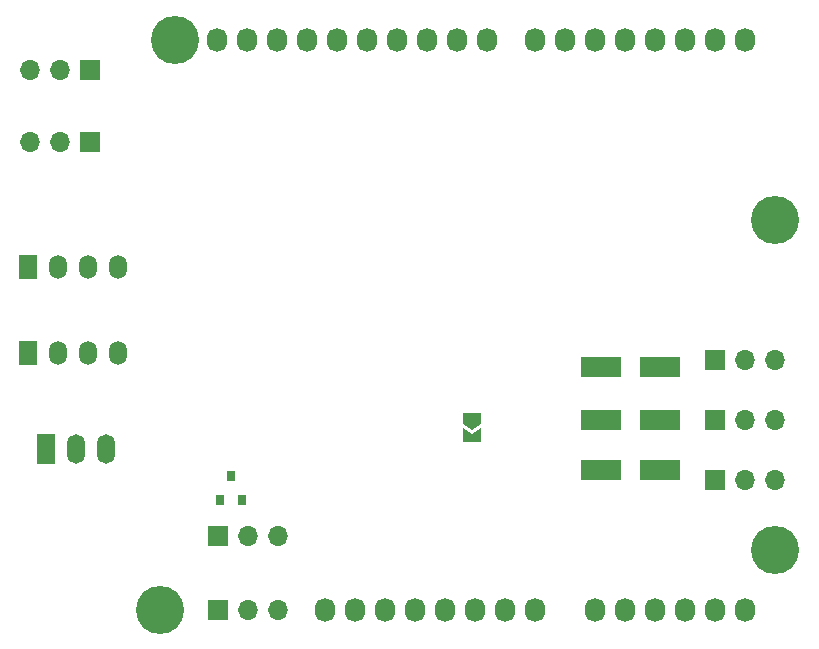
<source format=gbr>
%TF.GenerationSoftware,KiCad,Pcbnew,(5.1.6)-1*%
%TF.CreationDate,2020-11-16T12:45:36+03:00*%
%TF.ProjectId,SensorBoard,53656e73-6f72-4426-9f61-72642e6b6963,rev?*%
%TF.SameCoordinates,Original*%
%TF.FileFunction,Soldermask,Bot*%
%TF.FilePolarity,Negative*%
%FSLAX46Y46*%
G04 Gerber Fmt 4.6, Leading zero omitted, Abs format (unit mm)*
G04 Created by KiCad (PCBNEW (5.1.6)-1) date 2020-11-16 12:45:36*
%MOMM*%
%LPD*%
G01*
G04 APERTURE LIST*
%ADD10C,0.100000*%
%ADD11O,1.700000X1.700000*%
%ADD12R,1.700000X1.700000*%
%ADD13R,0.800000X0.900000*%
%ADD14R,1.500000X2.000000*%
%ADD15O,1.500000X2.000000*%
%ADD16R,3.500000X1.800000*%
%ADD17O,1.500000X2.500000*%
%ADD18R,1.500000X2.500000*%
%ADD19O,1.727200X2.032000*%
%ADD20C,4.064000*%
G04 APERTURE END LIST*
D10*
%TO.C,JP1*%
G36*
X151375000Y-108650000D02*
G01*
X150625000Y-108150000D01*
X150625000Y-107150000D01*
X152125000Y-107150000D01*
X152125000Y-108150000D01*
X151375000Y-108650000D01*
G37*
G36*
X150625000Y-109600000D02*
G01*
X150625000Y-108450000D01*
X151375000Y-108950000D01*
X152125000Y-108450000D01*
X152125000Y-109600000D01*
X150625000Y-109600000D01*
G37*
%TD*%
D11*
%TO.C,J8*%
X134955000Y-123875000D03*
X132415000Y-123875000D03*
D12*
X129875000Y-123875000D03*
%TD*%
D11*
%TO.C,J7*%
X134955000Y-117602000D03*
X132415000Y-117602000D03*
D12*
X129875000Y-117602000D03*
%TD*%
D11*
%TO.C,J6*%
X113920000Y-84250000D03*
X116460000Y-84250000D03*
D12*
X119000000Y-84250000D03*
%TD*%
D11*
%TO.C,J5*%
X113920000Y-78125000D03*
X116460000Y-78125000D03*
D12*
X119000000Y-78125000D03*
%TD*%
D13*
%TO.C,D5*%
X130937000Y-112538000D03*
X129987000Y-114538000D03*
X131887000Y-114538000D03*
%TD*%
D11*
%TO.C,J3*%
X177038000Y-102735000D03*
X174498000Y-102735000D03*
D12*
X171958000Y-102735000D03*
%TD*%
D11*
%TO.C,J2*%
X177038000Y-107815000D03*
X174498000Y-107815000D03*
D12*
X171958000Y-107815000D03*
%TD*%
D11*
%TO.C,J1*%
X177038000Y-112895000D03*
X174498000Y-112895000D03*
D12*
X171958000Y-112895000D03*
%TD*%
D14*
%TO.C,U10*%
X113788000Y-102085000D03*
D15*
X116328000Y-102085000D03*
X118868000Y-102085000D03*
X121408000Y-102085000D03*
%TD*%
D14*
%TO.C,U9*%
X113788000Y-94865000D03*
D15*
X116328000Y-94865000D03*
X118868000Y-94865000D03*
X121408000Y-94865000D03*
%TD*%
D16*
%TO.C,D4*%
X162250000Y-103250000D03*
X167250000Y-103250000D03*
%TD*%
%TO.C,D3*%
X162250000Y-107750000D03*
X167250000Y-107750000D03*
%TD*%
%TO.C,D2*%
X162250000Y-112000000D03*
X167250000Y-112000000D03*
%TD*%
D17*
%TO.C,U6*%
X120328000Y-110235000D03*
X117788000Y-110235000D03*
D18*
X115248000Y-110235000D03*
%TD*%
D19*
%TO.C,P1*%
X138938000Y-123825000D03*
X141478000Y-123825000D03*
X144018000Y-123825000D03*
X146558000Y-123825000D03*
X149098000Y-123825000D03*
X151638000Y-123825000D03*
X154178000Y-123825000D03*
X156718000Y-123825000D03*
%TD*%
%TO.C,P2*%
X161798000Y-123825000D03*
X164338000Y-123825000D03*
X166878000Y-123825000D03*
X169418000Y-123825000D03*
X171958000Y-123825000D03*
X174498000Y-123825000D03*
%TD*%
%TO.C,P3*%
X129794000Y-75565000D03*
X132334000Y-75565000D03*
X134874000Y-75565000D03*
X137414000Y-75565000D03*
X139954000Y-75565000D03*
X142494000Y-75565000D03*
X145034000Y-75565000D03*
X147574000Y-75565000D03*
X150114000Y-75565000D03*
X152654000Y-75565000D03*
%TD*%
%TO.C,P4*%
X156718000Y-75565000D03*
X159258000Y-75565000D03*
X161798000Y-75565000D03*
X164338000Y-75565000D03*
X166878000Y-75565000D03*
X169418000Y-75565000D03*
X171958000Y-75565000D03*
X174498000Y-75565000D03*
%TD*%
D20*
%TO.C,P5*%
X124968000Y-123825000D03*
%TD*%
%TO.C,P6*%
X177038000Y-118745000D03*
%TD*%
%TO.C,P7*%
X126238000Y-75565000D03*
%TD*%
%TO.C,P8*%
X177038000Y-90805000D03*
%TD*%
M02*

</source>
